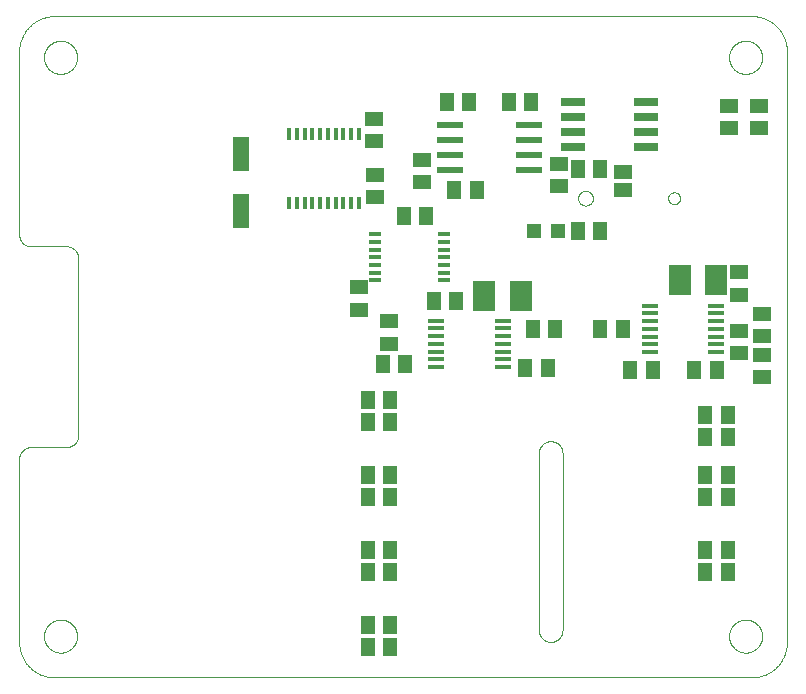
<source format=gtp>
G75*
%MOIN*%
%OFA0B0*%
%FSLAX25Y25*%
%IPPOS*%
%LPD*%
%AMOC8*
5,1,8,0,0,1.08239X$1,22.5*
%
%ADD10C,0.00000*%
%ADD11R,0.08661X0.02362*%
%ADD12R,0.05118X0.06299*%
%ADD13R,0.06299X0.05118*%
%ADD14R,0.04724X0.04724*%
%ADD15R,0.08000X0.02600*%
%ADD16R,0.05118X0.05906*%
%ADD17R,0.01200X0.03900*%
%ADD18R,0.05906X0.05118*%
%ADD19R,0.05512X0.11811*%
%ADD20R,0.07677X0.09843*%
%ADD21R,0.06300X0.04600*%
%ADD22R,0.03900X0.01200*%
%ADD23R,0.05800X0.01400*%
D10*
X0005500Y0014811D02*
X0005500Y0075835D01*
X0005502Y0075959D01*
X0005508Y0076082D01*
X0005517Y0076206D01*
X0005531Y0076328D01*
X0005548Y0076451D01*
X0005570Y0076573D01*
X0005595Y0076694D01*
X0005624Y0076814D01*
X0005656Y0076933D01*
X0005693Y0077052D01*
X0005733Y0077169D01*
X0005776Y0077284D01*
X0005824Y0077399D01*
X0005875Y0077511D01*
X0005929Y0077622D01*
X0005987Y0077732D01*
X0006048Y0077839D01*
X0006113Y0077945D01*
X0006181Y0078048D01*
X0006252Y0078149D01*
X0006326Y0078248D01*
X0006403Y0078345D01*
X0006484Y0078439D01*
X0006567Y0078530D01*
X0006653Y0078619D01*
X0006742Y0078705D01*
X0006833Y0078788D01*
X0006927Y0078869D01*
X0007024Y0078946D01*
X0007123Y0079020D01*
X0007224Y0079091D01*
X0007327Y0079159D01*
X0007433Y0079224D01*
X0007540Y0079285D01*
X0007650Y0079343D01*
X0007761Y0079397D01*
X0007873Y0079448D01*
X0007988Y0079496D01*
X0008103Y0079539D01*
X0008220Y0079579D01*
X0008339Y0079616D01*
X0008458Y0079648D01*
X0008578Y0079677D01*
X0008699Y0079702D01*
X0008821Y0079724D01*
X0008944Y0079741D01*
X0009066Y0079755D01*
X0009190Y0079764D01*
X0009313Y0079770D01*
X0009437Y0079772D01*
X0021248Y0079772D01*
X0021372Y0079774D01*
X0021495Y0079780D01*
X0021619Y0079789D01*
X0021741Y0079803D01*
X0021864Y0079820D01*
X0021986Y0079842D01*
X0022107Y0079867D01*
X0022227Y0079896D01*
X0022346Y0079928D01*
X0022465Y0079965D01*
X0022582Y0080005D01*
X0022697Y0080048D01*
X0022812Y0080096D01*
X0022924Y0080147D01*
X0023035Y0080201D01*
X0023145Y0080259D01*
X0023252Y0080320D01*
X0023358Y0080385D01*
X0023461Y0080453D01*
X0023562Y0080524D01*
X0023661Y0080598D01*
X0023758Y0080675D01*
X0023852Y0080756D01*
X0023943Y0080839D01*
X0024032Y0080925D01*
X0024118Y0081014D01*
X0024201Y0081105D01*
X0024282Y0081199D01*
X0024359Y0081296D01*
X0024433Y0081395D01*
X0024504Y0081496D01*
X0024572Y0081599D01*
X0024637Y0081705D01*
X0024698Y0081812D01*
X0024756Y0081922D01*
X0024810Y0082033D01*
X0024861Y0082145D01*
X0024909Y0082260D01*
X0024952Y0082375D01*
X0024992Y0082492D01*
X0025029Y0082611D01*
X0025061Y0082730D01*
X0025090Y0082850D01*
X0025115Y0082971D01*
X0025137Y0083093D01*
X0025154Y0083216D01*
X0025168Y0083338D01*
X0025177Y0083462D01*
X0025183Y0083585D01*
X0025185Y0083709D01*
X0025185Y0142764D01*
X0025183Y0142888D01*
X0025177Y0143011D01*
X0025168Y0143135D01*
X0025154Y0143257D01*
X0025137Y0143380D01*
X0025115Y0143502D01*
X0025090Y0143623D01*
X0025061Y0143743D01*
X0025029Y0143862D01*
X0024992Y0143981D01*
X0024952Y0144098D01*
X0024909Y0144213D01*
X0024861Y0144328D01*
X0024810Y0144440D01*
X0024756Y0144551D01*
X0024698Y0144661D01*
X0024637Y0144768D01*
X0024572Y0144874D01*
X0024504Y0144977D01*
X0024433Y0145078D01*
X0024359Y0145177D01*
X0024282Y0145274D01*
X0024201Y0145368D01*
X0024118Y0145459D01*
X0024032Y0145548D01*
X0023943Y0145634D01*
X0023852Y0145717D01*
X0023758Y0145798D01*
X0023661Y0145875D01*
X0023562Y0145949D01*
X0023461Y0146020D01*
X0023358Y0146088D01*
X0023252Y0146153D01*
X0023145Y0146214D01*
X0023035Y0146272D01*
X0022924Y0146326D01*
X0022812Y0146377D01*
X0022697Y0146425D01*
X0022582Y0146468D01*
X0022465Y0146508D01*
X0022346Y0146545D01*
X0022227Y0146577D01*
X0022107Y0146606D01*
X0021986Y0146631D01*
X0021864Y0146653D01*
X0021741Y0146670D01*
X0021619Y0146684D01*
X0021495Y0146693D01*
X0021372Y0146699D01*
X0021248Y0146701D01*
X0009437Y0146701D01*
X0009313Y0146703D01*
X0009190Y0146709D01*
X0009066Y0146718D01*
X0008944Y0146732D01*
X0008821Y0146749D01*
X0008699Y0146771D01*
X0008578Y0146796D01*
X0008458Y0146825D01*
X0008339Y0146857D01*
X0008220Y0146894D01*
X0008103Y0146934D01*
X0007988Y0146977D01*
X0007873Y0147025D01*
X0007761Y0147076D01*
X0007650Y0147130D01*
X0007540Y0147188D01*
X0007433Y0147249D01*
X0007327Y0147314D01*
X0007224Y0147382D01*
X0007123Y0147453D01*
X0007024Y0147527D01*
X0006927Y0147604D01*
X0006833Y0147685D01*
X0006742Y0147768D01*
X0006653Y0147854D01*
X0006567Y0147943D01*
X0006484Y0148034D01*
X0006403Y0148128D01*
X0006326Y0148225D01*
X0006252Y0148324D01*
X0006181Y0148425D01*
X0006113Y0148528D01*
X0006048Y0148634D01*
X0005987Y0148741D01*
X0005929Y0148851D01*
X0005875Y0148962D01*
X0005824Y0149074D01*
X0005776Y0149189D01*
X0005733Y0149304D01*
X0005693Y0149421D01*
X0005656Y0149540D01*
X0005624Y0149659D01*
X0005595Y0149779D01*
X0005570Y0149900D01*
X0005548Y0150022D01*
X0005531Y0150145D01*
X0005517Y0150267D01*
X0005508Y0150391D01*
X0005502Y0150514D01*
X0005500Y0150638D01*
X0005500Y0211661D01*
X0005503Y0211946D01*
X0005514Y0212232D01*
X0005531Y0212517D01*
X0005555Y0212801D01*
X0005586Y0213085D01*
X0005624Y0213368D01*
X0005669Y0213649D01*
X0005720Y0213930D01*
X0005778Y0214210D01*
X0005843Y0214488D01*
X0005915Y0214764D01*
X0005993Y0215038D01*
X0006078Y0215311D01*
X0006170Y0215581D01*
X0006268Y0215849D01*
X0006372Y0216115D01*
X0006483Y0216378D01*
X0006600Y0216638D01*
X0006723Y0216896D01*
X0006853Y0217150D01*
X0006989Y0217401D01*
X0007130Y0217649D01*
X0007278Y0217893D01*
X0007431Y0218134D01*
X0007591Y0218370D01*
X0007756Y0218603D01*
X0007926Y0218832D01*
X0008102Y0219057D01*
X0008284Y0219277D01*
X0008470Y0219493D01*
X0008662Y0219704D01*
X0008859Y0219911D01*
X0009061Y0220113D01*
X0009268Y0220310D01*
X0009479Y0220502D01*
X0009695Y0220688D01*
X0009915Y0220870D01*
X0010140Y0221046D01*
X0010369Y0221216D01*
X0010602Y0221381D01*
X0010838Y0221541D01*
X0011079Y0221694D01*
X0011323Y0221842D01*
X0011571Y0221983D01*
X0011822Y0222119D01*
X0012076Y0222249D01*
X0012334Y0222372D01*
X0012594Y0222489D01*
X0012857Y0222600D01*
X0013123Y0222704D01*
X0013391Y0222802D01*
X0013661Y0222894D01*
X0013934Y0222979D01*
X0014208Y0223057D01*
X0014484Y0223129D01*
X0014762Y0223194D01*
X0015042Y0223252D01*
X0015323Y0223303D01*
X0015604Y0223348D01*
X0015887Y0223386D01*
X0016171Y0223417D01*
X0016455Y0223441D01*
X0016740Y0223458D01*
X0017026Y0223469D01*
X0017311Y0223472D01*
X0249594Y0223472D01*
X0249879Y0223469D01*
X0250165Y0223458D01*
X0250450Y0223441D01*
X0250734Y0223417D01*
X0251018Y0223386D01*
X0251301Y0223348D01*
X0251582Y0223303D01*
X0251863Y0223252D01*
X0252143Y0223194D01*
X0252421Y0223129D01*
X0252697Y0223057D01*
X0252971Y0222979D01*
X0253244Y0222894D01*
X0253514Y0222802D01*
X0253782Y0222704D01*
X0254048Y0222600D01*
X0254311Y0222489D01*
X0254571Y0222372D01*
X0254829Y0222249D01*
X0255083Y0222119D01*
X0255334Y0221983D01*
X0255582Y0221842D01*
X0255826Y0221694D01*
X0256067Y0221541D01*
X0256303Y0221381D01*
X0256536Y0221216D01*
X0256765Y0221046D01*
X0256990Y0220870D01*
X0257210Y0220688D01*
X0257426Y0220502D01*
X0257637Y0220310D01*
X0257844Y0220113D01*
X0258046Y0219911D01*
X0258243Y0219704D01*
X0258435Y0219493D01*
X0258621Y0219277D01*
X0258803Y0219057D01*
X0258979Y0218832D01*
X0259149Y0218603D01*
X0259314Y0218370D01*
X0259474Y0218134D01*
X0259627Y0217893D01*
X0259775Y0217649D01*
X0259916Y0217401D01*
X0260052Y0217150D01*
X0260182Y0216896D01*
X0260305Y0216638D01*
X0260422Y0216378D01*
X0260533Y0216115D01*
X0260637Y0215849D01*
X0260735Y0215581D01*
X0260827Y0215311D01*
X0260912Y0215038D01*
X0260990Y0214764D01*
X0261062Y0214488D01*
X0261127Y0214210D01*
X0261185Y0213930D01*
X0261236Y0213649D01*
X0261281Y0213368D01*
X0261319Y0213085D01*
X0261350Y0212801D01*
X0261374Y0212517D01*
X0261391Y0212232D01*
X0261402Y0211946D01*
X0261405Y0211661D01*
X0261406Y0211661D02*
X0261406Y0014811D01*
X0261405Y0014811D02*
X0261402Y0014526D01*
X0261391Y0014240D01*
X0261374Y0013955D01*
X0261350Y0013671D01*
X0261319Y0013387D01*
X0261281Y0013104D01*
X0261236Y0012823D01*
X0261185Y0012542D01*
X0261127Y0012262D01*
X0261062Y0011984D01*
X0260990Y0011708D01*
X0260912Y0011434D01*
X0260827Y0011161D01*
X0260735Y0010891D01*
X0260637Y0010623D01*
X0260533Y0010357D01*
X0260422Y0010094D01*
X0260305Y0009834D01*
X0260182Y0009576D01*
X0260052Y0009322D01*
X0259916Y0009071D01*
X0259775Y0008823D01*
X0259627Y0008579D01*
X0259474Y0008338D01*
X0259314Y0008102D01*
X0259149Y0007869D01*
X0258979Y0007640D01*
X0258803Y0007415D01*
X0258621Y0007195D01*
X0258435Y0006979D01*
X0258243Y0006768D01*
X0258046Y0006561D01*
X0257844Y0006359D01*
X0257637Y0006162D01*
X0257426Y0005970D01*
X0257210Y0005784D01*
X0256990Y0005602D01*
X0256765Y0005426D01*
X0256536Y0005256D01*
X0256303Y0005091D01*
X0256067Y0004931D01*
X0255826Y0004778D01*
X0255582Y0004630D01*
X0255334Y0004489D01*
X0255083Y0004353D01*
X0254829Y0004223D01*
X0254571Y0004100D01*
X0254311Y0003983D01*
X0254048Y0003872D01*
X0253782Y0003768D01*
X0253514Y0003670D01*
X0253244Y0003578D01*
X0252971Y0003493D01*
X0252697Y0003415D01*
X0252421Y0003343D01*
X0252143Y0003278D01*
X0251863Y0003220D01*
X0251582Y0003169D01*
X0251301Y0003124D01*
X0251018Y0003086D01*
X0250734Y0003055D01*
X0250450Y0003031D01*
X0250165Y0003014D01*
X0249879Y0003003D01*
X0249594Y0003000D01*
X0017311Y0003000D01*
X0017026Y0003003D01*
X0016740Y0003014D01*
X0016455Y0003031D01*
X0016171Y0003055D01*
X0015887Y0003086D01*
X0015604Y0003124D01*
X0015323Y0003169D01*
X0015042Y0003220D01*
X0014762Y0003278D01*
X0014484Y0003343D01*
X0014208Y0003415D01*
X0013934Y0003493D01*
X0013661Y0003578D01*
X0013391Y0003670D01*
X0013123Y0003768D01*
X0012857Y0003872D01*
X0012594Y0003983D01*
X0012334Y0004100D01*
X0012076Y0004223D01*
X0011822Y0004353D01*
X0011571Y0004489D01*
X0011323Y0004630D01*
X0011079Y0004778D01*
X0010838Y0004931D01*
X0010602Y0005091D01*
X0010369Y0005256D01*
X0010140Y0005426D01*
X0009915Y0005602D01*
X0009695Y0005784D01*
X0009479Y0005970D01*
X0009268Y0006162D01*
X0009061Y0006359D01*
X0008859Y0006561D01*
X0008662Y0006768D01*
X0008470Y0006979D01*
X0008284Y0007195D01*
X0008102Y0007415D01*
X0007926Y0007640D01*
X0007756Y0007869D01*
X0007591Y0008102D01*
X0007431Y0008338D01*
X0007278Y0008579D01*
X0007130Y0008823D01*
X0006989Y0009071D01*
X0006853Y0009322D01*
X0006723Y0009576D01*
X0006600Y0009834D01*
X0006483Y0010094D01*
X0006372Y0010357D01*
X0006268Y0010623D01*
X0006170Y0010891D01*
X0006078Y0011161D01*
X0005993Y0011434D01*
X0005915Y0011708D01*
X0005843Y0011984D01*
X0005778Y0012262D01*
X0005720Y0012542D01*
X0005669Y0012823D01*
X0005624Y0013104D01*
X0005586Y0013387D01*
X0005555Y0013671D01*
X0005531Y0013955D01*
X0005514Y0014240D01*
X0005503Y0014526D01*
X0005500Y0014811D01*
X0013768Y0016780D02*
X0013770Y0016928D01*
X0013776Y0017076D01*
X0013786Y0017224D01*
X0013800Y0017371D01*
X0013818Y0017518D01*
X0013839Y0017664D01*
X0013865Y0017810D01*
X0013895Y0017955D01*
X0013928Y0018099D01*
X0013966Y0018242D01*
X0014007Y0018384D01*
X0014052Y0018525D01*
X0014100Y0018665D01*
X0014153Y0018804D01*
X0014209Y0018941D01*
X0014269Y0019076D01*
X0014332Y0019210D01*
X0014399Y0019342D01*
X0014470Y0019472D01*
X0014544Y0019600D01*
X0014621Y0019726D01*
X0014702Y0019850D01*
X0014786Y0019972D01*
X0014873Y0020091D01*
X0014964Y0020208D01*
X0015058Y0020323D01*
X0015154Y0020435D01*
X0015254Y0020545D01*
X0015356Y0020651D01*
X0015462Y0020755D01*
X0015570Y0020856D01*
X0015681Y0020954D01*
X0015794Y0021050D01*
X0015910Y0021142D01*
X0016028Y0021231D01*
X0016149Y0021316D01*
X0016272Y0021399D01*
X0016397Y0021478D01*
X0016524Y0021554D01*
X0016653Y0021626D01*
X0016784Y0021695D01*
X0016917Y0021760D01*
X0017052Y0021821D01*
X0017188Y0021879D01*
X0017325Y0021934D01*
X0017464Y0021984D01*
X0017605Y0022031D01*
X0017746Y0022074D01*
X0017889Y0022114D01*
X0018033Y0022149D01*
X0018177Y0022181D01*
X0018323Y0022208D01*
X0018469Y0022232D01*
X0018616Y0022252D01*
X0018763Y0022268D01*
X0018910Y0022280D01*
X0019058Y0022288D01*
X0019206Y0022292D01*
X0019354Y0022292D01*
X0019502Y0022288D01*
X0019650Y0022280D01*
X0019797Y0022268D01*
X0019944Y0022252D01*
X0020091Y0022232D01*
X0020237Y0022208D01*
X0020383Y0022181D01*
X0020527Y0022149D01*
X0020671Y0022114D01*
X0020814Y0022074D01*
X0020955Y0022031D01*
X0021096Y0021984D01*
X0021235Y0021934D01*
X0021372Y0021879D01*
X0021508Y0021821D01*
X0021643Y0021760D01*
X0021776Y0021695D01*
X0021907Y0021626D01*
X0022036Y0021554D01*
X0022163Y0021478D01*
X0022288Y0021399D01*
X0022411Y0021316D01*
X0022532Y0021231D01*
X0022650Y0021142D01*
X0022766Y0021050D01*
X0022879Y0020954D01*
X0022990Y0020856D01*
X0023098Y0020755D01*
X0023204Y0020651D01*
X0023306Y0020545D01*
X0023406Y0020435D01*
X0023502Y0020323D01*
X0023596Y0020208D01*
X0023687Y0020091D01*
X0023774Y0019972D01*
X0023858Y0019850D01*
X0023939Y0019726D01*
X0024016Y0019600D01*
X0024090Y0019472D01*
X0024161Y0019342D01*
X0024228Y0019210D01*
X0024291Y0019076D01*
X0024351Y0018941D01*
X0024407Y0018804D01*
X0024460Y0018665D01*
X0024508Y0018525D01*
X0024553Y0018384D01*
X0024594Y0018242D01*
X0024632Y0018099D01*
X0024665Y0017955D01*
X0024695Y0017810D01*
X0024721Y0017664D01*
X0024742Y0017518D01*
X0024760Y0017371D01*
X0024774Y0017224D01*
X0024784Y0017076D01*
X0024790Y0016928D01*
X0024792Y0016780D01*
X0024790Y0016632D01*
X0024784Y0016484D01*
X0024774Y0016336D01*
X0024760Y0016189D01*
X0024742Y0016042D01*
X0024721Y0015896D01*
X0024695Y0015750D01*
X0024665Y0015605D01*
X0024632Y0015461D01*
X0024594Y0015318D01*
X0024553Y0015176D01*
X0024508Y0015035D01*
X0024460Y0014895D01*
X0024407Y0014756D01*
X0024351Y0014619D01*
X0024291Y0014484D01*
X0024228Y0014350D01*
X0024161Y0014218D01*
X0024090Y0014088D01*
X0024016Y0013960D01*
X0023939Y0013834D01*
X0023858Y0013710D01*
X0023774Y0013588D01*
X0023687Y0013469D01*
X0023596Y0013352D01*
X0023502Y0013237D01*
X0023406Y0013125D01*
X0023306Y0013015D01*
X0023204Y0012909D01*
X0023098Y0012805D01*
X0022990Y0012704D01*
X0022879Y0012606D01*
X0022766Y0012510D01*
X0022650Y0012418D01*
X0022532Y0012329D01*
X0022411Y0012244D01*
X0022288Y0012161D01*
X0022163Y0012082D01*
X0022036Y0012006D01*
X0021907Y0011934D01*
X0021776Y0011865D01*
X0021643Y0011800D01*
X0021508Y0011739D01*
X0021372Y0011681D01*
X0021235Y0011626D01*
X0021096Y0011576D01*
X0020955Y0011529D01*
X0020814Y0011486D01*
X0020671Y0011446D01*
X0020527Y0011411D01*
X0020383Y0011379D01*
X0020237Y0011352D01*
X0020091Y0011328D01*
X0019944Y0011308D01*
X0019797Y0011292D01*
X0019650Y0011280D01*
X0019502Y0011272D01*
X0019354Y0011268D01*
X0019206Y0011268D01*
X0019058Y0011272D01*
X0018910Y0011280D01*
X0018763Y0011292D01*
X0018616Y0011308D01*
X0018469Y0011328D01*
X0018323Y0011352D01*
X0018177Y0011379D01*
X0018033Y0011411D01*
X0017889Y0011446D01*
X0017746Y0011486D01*
X0017605Y0011529D01*
X0017464Y0011576D01*
X0017325Y0011626D01*
X0017188Y0011681D01*
X0017052Y0011739D01*
X0016917Y0011800D01*
X0016784Y0011865D01*
X0016653Y0011934D01*
X0016524Y0012006D01*
X0016397Y0012082D01*
X0016272Y0012161D01*
X0016149Y0012244D01*
X0016028Y0012329D01*
X0015910Y0012418D01*
X0015794Y0012510D01*
X0015681Y0012606D01*
X0015570Y0012704D01*
X0015462Y0012805D01*
X0015356Y0012909D01*
X0015254Y0013015D01*
X0015154Y0013125D01*
X0015058Y0013237D01*
X0014964Y0013352D01*
X0014873Y0013469D01*
X0014786Y0013588D01*
X0014702Y0013710D01*
X0014621Y0013834D01*
X0014544Y0013960D01*
X0014470Y0014088D01*
X0014399Y0014218D01*
X0014332Y0014350D01*
X0014269Y0014484D01*
X0014209Y0014619D01*
X0014153Y0014756D01*
X0014100Y0014895D01*
X0014052Y0015035D01*
X0014007Y0015176D01*
X0013966Y0015318D01*
X0013928Y0015461D01*
X0013895Y0015605D01*
X0013865Y0015750D01*
X0013839Y0015896D01*
X0013818Y0016042D01*
X0013800Y0016189D01*
X0013786Y0016336D01*
X0013776Y0016484D01*
X0013770Y0016632D01*
X0013768Y0016780D01*
X0178728Y0018787D02*
X0178728Y0077803D01*
X0178730Y0077927D01*
X0178736Y0078050D01*
X0178745Y0078174D01*
X0178759Y0078296D01*
X0178776Y0078419D01*
X0178798Y0078541D01*
X0178823Y0078662D01*
X0178852Y0078782D01*
X0178884Y0078901D01*
X0178921Y0079020D01*
X0178961Y0079137D01*
X0179004Y0079252D01*
X0179052Y0079367D01*
X0179103Y0079479D01*
X0179157Y0079590D01*
X0179215Y0079700D01*
X0179276Y0079807D01*
X0179341Y0079913D01*
X0179409Y0080016D01*
X0179480Y0080117D01*
X0179554Y0080216D01*
X0179631Y0080313D01*
X0179712Y0080407D01*
X0179795Y0080498D01*
X0179881Y0080587D01*
X0179970Y0080673D01*
X0180061Y0080756D01*
X0180155Y0080837D01*
X0180252Y0080914D01*
X0180351Y0080988D01*
X0180452Y0081059D01*
X0180555Y0081127D01*
X0180661Y0081192D01*
X0180768Y0081253D01*
X0180878Y0081311D01*
X0180989Y0081365D01*
X0181101Y0081416D01*
X0181216Y0081464D01*
X0181331Y0081507D01*
X0181448Y0081547D01*
X0181567Y0081584D01*
X0181686Y0081616D01*
X0181806Y0081645D01*
X0181927Y0081670D01*
X0182049Y0081692D01*
X0182172Y0081709D01*
X0182294Y0081723D01*
X0182418Y0081732D01*
X0182541Y0081738D01*
X0182665Y0081740D01*
X0182789Y0081738D01*
X0182912Y0081732D01*
X0183036Y0081723D01*
X0183158Y0081709D01*
X0183281Y0081692D01*
X0183403Y0081670D01*
X0183524Y0081645D01*
X0183644Y0081616D01*
X0183763Y0081584D01*
X0183882Y0081547D01*
X0183999Y0081507D01*
X0184114Y0081464D01*
X0184229Y0081416D01*
X0184341Y0081365D01*
X0184452Y0081311D01*
X0184562Y0081253D01*
X0184669Y0081192D01*
X0184775Y0081127D01*
X0184878Y0081059D01*
X0184979Y0080988D01*
X0185078Y0080914D01*
X0185175Y0080837D01*
X0185269Y0080756D01*
X0185360Y0080673D01*
X0185449Y0080587D01*
X0185535Y0080498D01*
X0185618Y0080407D01*
X0185699Y0080313D01*
X0185776Y0080216D01*
X0185850Y0080117D01*
X0185921Y0080016D01*
X0185989Y0079913D01*
X0186054Y0079807D01*
X0186115Y0079700D01*
X0186173Y0079590D01*
X0186227Y0079479D01*
X0186278Y0079367D01*
X0186326Y0079252D01*
X0186369Y0079137D01*
X0186409Y0079020D01*
X0186446Y0078901D01*
X0186478Y0078782D01*
X0186507Y0078662D01*
X0186532Y0078541D01*
X0186554Y0078419D01*
X0186571Y0078296D01*
X0186585Y0078174D01*
X0186594Y0078050D01*
X0186600Y0077927D01*
X0186602Y0077803D01*
X0186602Y0018787D01*
X0186600Y0018663D01*
X0186594Y0018540D01*
X0186585Y0018416D01*
X0186571Y0018294D01*
X0186554Y0018171D01*
X0186532Y0018049D01*
X0186507Y0017928D01*
X0186478Y0017808D01*
X0186446Y0017689D01*
X0186409Y0017570D01*
X0186369Y0017453D01*
X0186326Y0017338D01*
X0186278Y0017223D01*
X0186227Y0017111D01*
X0186173Y0017000D01*
X0186115Y0016890D01*
X0186054Y0016783D01*
X0185989Y0016677D01*
X0185921Y0016574D01*
X0185850Y0016473D01*
X0185776Y0016374D01*
X0185699Y0016277D01*
X0185618Y0016183D01*
X0185535Y0016092D01*
X0185449Y0016003D01*
X0185360Y0015917D01*
X0185269Y0015834D01*
X0185175Y0015753D01*
X0185078Y0015676D01*
X0184979Y0015602D01*
X0184878Y0015531D01*
X0184775Y0015463D01*
X0184669Y0015398D01*
X0184562Y0015337D01*
X0184452Y0015279D01*
X0184341Y0015225D01*
X0184229Y0015174D01*
X0184114Y0015126D01*
X0183999Y0015083D01*
X0183882Y0015043D01*
X0183763Y0015006D01*
X0183644Y0014974D01*
X0183524Y0014945D01*
X0183403Y0014920D01*
X0183281Y0014898D01*
X0183158Y0014881D01*
X0183036Y0014867D01*
X0182912Y0014858D01*
X0182789Y0014852D01*
X0182665Y0014850D01*
X0182541Y0014852D01*
X0182418Y0014858D01*
X0182294Y0014867D01*
X0182172Y0014881D01*
X0182049Y0014898D01*
X0181927Y0014920D01*
X0181806Y0014945D01*
X0181686Y0014974D01*
X0181567Y0015006D01*
X0181448Y0015043D01*
X0181331Y0015083D01*
X0181216Y0015126D01*
X0181101Y0015174D01*
X0180989Y0015225D01*
X0180878Y0015279D01*
X0180768Y0015337D01*
X0180661Y0015398D01*
X0180555Y0015463D01*
X0180452Y0015531D01*
X0180351Y0015602D01*
X0180252Y0015676D01*
X0180155Y0015753D01*
X0180061Y0015834D01*
X0179970Y0015917D01*
X0179881Y0016003D01*
X0179795Y0016092D01*
X0179712Y0016183D01*
X0179631Y0016277D01*
X0179554Y0016374D01*
X0179480Y0016473D01*
X0179409Y0016574D01*
X0179341Y0016677D01*
X0179276Y0016783D01*
X0179215Y0016890D01*
X0179157Y0017000D01*
X0179103Y0017111D01*
X0179052Y0017223D01*
X0179004Y0017338D01*
X0178961Y0017453D01*
X0178921Y0017570D01*
X0178884Y0017689D01*
X0178852Y0017808D01*
X0178823Y0017928D01*
X0178798Y0018049D01*
X0178776Y0018171D01*
X0178759Y0018294D01*
X0178745Y0018416D01*
X0178736Y0018540D01*
X0178730Y0018663D01*
X0178728Y0018787D01*
X0242114Y0016780D02*
X0242116Y0016928D01*
X0242122Y0017076D01*
X0242132Y0017224D01*
X0242146Y0017371D01*
X0242164Y0017518D01*
X0242185Y0017664D01*
X0242211Y0017810D01*
X0242241Y0017955D01*
X0242274Y0018099D01*
X0242312Y0018242D01*
X0242353Y0018384D01*
X0242398Y0018525D01*
X0242446Y0018665D01*
X0242499Y0018804D01*
X0242555Y0018941D01*
X0242615Y0019076D01*
X0242678Y0019210D01*
X0242745Y0019342D01*
X0242816Y0019472D01*
X0242890Y0019600D01*
X0242967Y0019726D01*
X0243048Y0019850D01*
X0243132Y0019972D01*
X0243219Y0020091D01*
X0243310Y0020208D01*
X0243404Y0020323D01*
X0243500Y0020435D01*
X0243600Y0020545D01*
X0243702Y0020651D01*
X0243808Y0020755D01*
X0243916Y0020856D01*
X0244027Y0020954D01*
X0244140Y0021050D01*
X0244256Y0021142D01*
X0244374Y0021231D01*
X0244495Y0021316D01*
X0244618Y0021399D01*
X0244743Y0021478D01*
X0244870Y0021554D01*
X0244999Y0021626D01*
X0245130Y0021695D01*
X0245263Y0021760D01*
X0245398Y0021821D01*
X0245534Y0021879D01*
X0245671Y0021934D01*
X0245810Y0021984D01*
X0245951Y0022031D01*
X0246092Y0022074D01*
X0246235Y0022114D01*
X0246379Y0022149D01*
X0246523Y0022181D01*
X0246669Y0022208D01*
X0246815Y0022232D01*
X0246962Y0022252D01*
X0247109Y0022268D01*
X0247256Y0022280D01*
X0247404Y0022288D01*
X0247552Y0022292D01*
X0247700Y0022292D01*
X0247848Y0022288D01*
X0247996Y0022280D01*
X0248143Y0022268D01*
X0248290Y0022252D01*
X0248437Y0022232D01*
X0248583Y0022208D01*
X0248729Y0022181D01*
X0248873Y0022149D01*
X0249017Y0022114D01*
X0249160Y0022074D01*
X0249301Y0022031D01*
X0249442Y0021984D01*
X0249581Y0021934D01*
X0249718Y0021879D01*
X0249854Y0021821D01*
X0249989Y0021760D01*
X0250122Y0021695D01*
X0250253Y0021626D01*
X0250382Y0021554D01*
X0250509Y0021478D01*
X0250634Y0021399D01*
X0250757Y0021316D01*
X0250878Y0021231D01*
X0250996Y0021142D01*
X0251112Y0021050D01*
X0251225Y0020954D01*
X0251336Y0020856D01*
X0251444Y0020755D01*
X0251550Y0020651D01*
X0251652Y0020545D01*
X0251752Y0020435D01*
X0251848Y0020323D01*
X0251942Y0020208D01*
X0252033Y0020091D01*
X0252120Y0019972D01*
X0252204Y0019850D01*
X0252285Y0019726D01*
X0252362Y0019600D01*
X0252436Y0019472D01*
X0252507Y0019342D01*
X0252574Y0019210D01*
X0252637Y0019076D01*
X0252697Y0018941D01*
X0252753Y0018804D01*
X0252806Y0018665D01*
X0252854Y0018525D01*
X0252899Y0018384D01*
X0252940Y0018242D01*
X0252978Y0018099D01*
X0253011Y0017955D01*
X0253041Y0017810D01*
X0253067Y0017664D01*
X0253088Y0017518D01*
X0253106Y0017371D01*
X0253120Y0017224D01*
X0253130Y0017076D01*
X0253136Y0016928D01*
X0253138Y0016780D01*
X0253136Y0016632D01*
X0253130Y0016484D01*
X0253120Y0016336D01*
X0253106Y0016189D01*
X0253088Y0016042D01*
X0253067Y0015896D01*
X0253041Y0015750D01*
X0253011Y0015605D01*
X0252978Y0015461D01*
X0252940Y0015318D01*
X0252899Y0015176D01*
X0252854Y0015035D01*
X0252806Y0014895D01*
X0252753Y0014756D01*
X0252697Y0014619D01*
X0252637Y0014484D01*
X0252574Y0014350D01*
X0252507Y0014218D01*
X0252436Y0014088D01*
X0252362Y0013960D01*
X0252285Y0013834D01*
X0252204Y0013710D01*
X0252120Y0013588D01*
X0252033Y0013469D01*
X0251942Y0013352D01*
X0251848Y0013237D01*
X0251752Y0013125D01*
X0251652Y0013015D01*
X0251550Y0012909D01*
X0251444Y0012805D01*
X0251336Y0012704D01*
X0251225Y0012606D01*
X0251112Y0012510D01*
X0250996Y0012418D01*
X0250878Y0012329D01*
X0250757Y0012244D01*
X0250634Y0012161D01*
X0250509Y0012082D01*
X0250382Y0012006D01*
X0250253Y0011934D01*
X0250122Y0011865D01*
X0249989Y0011800D01*
X0249854Y0011739D01*
X0249718Y0011681D01*
X0249581Y0011626D01*
X0249442Y0011576D01*
X0249301Y0011529D01*
X0249160Y0011486D01*
X0249017Y0011446D01*
X0248873Y0011411D01*
X0248729Y0011379D01*
X0248583Y0011352D01*
X0248437Y0011328D01*
X0248290Y0011308D01*
X0248143Y0011292D01*
X0247996Y0011280D01*
X0247848Y0011272D01*
X0247700Y0011268D01*
X0247552Y0011268D01*
X0247404Y0011272D01*
X0247256Y0011280D01*
X0247109Y0011292D01*
X0246962Y0011308D01*
X0246815Y0011328D01*
X0246669Y0011352D01*
X0246523Y0011379D01*
X0246379Y0011411D01*
X0246235Y0011446D01*
X0246092Y0011486D01*
X0245951Y0011529D01*
X0245810Y0011576D01*
X0245671Y0011626D01*
X0245534Y0011681D01*
X0245398Y0011739D01*
X0245263Y0011800D01*
X0245130Y0011865D01*
X0244999Y0011934D01*
X0244870Y0012006D01*
X0244743Y0012082D01*
X0244618Y0012161D01*
X0244495Y0012244D01*
X0244374Y0012329D01*
X0244256Y0012418D01*
X0244140Y0012510D01*
X0244027Y0012606D01*
X0243916Y0012704D01*
X0243808Y0012805D01*
X0243702Y0012909D01*
X0243600Y0013015D01*
X0243500Y0013125D01*
X0243404Y0013237D01*
X0243310Y0013352D01*
X0243219Y0013469D01*
X0243132Y0013588D01*
X0243048Y0013710D01*
X0242967Y0013834D01*
X0242890Y0013960D01*
X0242816Y0014088D01*
X0242745Y0014218D01*
X0242678Y0014350D01*
X0242615Y0014484D01*
X0242555Y0014619D01*
X0242499Y0014756D01*
X0242446Y0014895D01*
X0242398Y0015035D01*
X0242353Y0015176D01*
X0242312Y0015318D01*
X0242274Y0015461D01*
X0242241Y0015605D01*
X0242211Y0015750D01*
X0242185Y0015896D01*
X0242164Y0016042D01*
X0242146Y0016189D01*
X0242132Y0016336D01*
X0242122Y0016484D01*
X0242116Y0016632D01*
X0242114Y0016780D01*
X0221828Y0162754D02*
X0221830Y0162842D01*
X0221836Y0162930D01*
X0221846Y0163018D01*
X0221860Y0163106D01*
X0221877Y0163192D01*
X0221899Y0163278D01*
X0221924Y0163362D01*
X0221954Y0163446D01*
X0221986Y0163528D01*
X0222023Y0163608D01*
X0222063Y0163687D01*
X0222107Y0163764D01*
X0222154Y0163839D01*
X0222204Y0163911D01*
X0222258Y0163982D01*
X0222314Y0164049D01*
X0222374Y0164115D01*
X0222436Y0164177D01*
X0222502Y0164237D01*
X0222569Y0164293D01*
X0222640Y0164347D01*
X0222712Y0164397D01*
X0222787Y0164444D01*
X0222864Y0164488D01*
X0222943Y0164528D01*
X0223023Y0164565D01*
X0223105Y0164597D01*
X0223189Y0164627D01*
X0223273Y0164652D01*
X0223359Y0164674D01*
X0223445Y0164691D01*
X0223533Y0164705D01*
X0223621Y0164715D01*
X0223709Y0164721D01*
X0223797Y0164723D01*
X0223885Y0164721D01*
X0223973Y0164715D01*
X0224061Y0164705D01*
X0224149Y0164691D01*
X0224235Y0164674D01*
X0224321Y0164652D01*
X0224405Y0164627D01*
X0224489Y0164597D01*
X0224571Y0164565D01*
X0224651Y0164528D01*
X0224730Y0164488D01*
X0224807Y0164444D01*
X0224882Y0164397D01*
X0224954Y0164347D01*
X0225025Y0164293D01*
X0225092Y0164237D01*
X0225158Y0164177D01*
X0225220Y0164115D01*
X0225280Y0164049D01*
X0225336Y0163982D01*
X0225390Y0163911D01*
X0225440Y0163839D01*
X0225487Y0163764D01*
X0225531Y0163687D01*
X0225571Y0163608D01*
X0225608Y0163528D01*
X0225640Y0163446D01*
X0225670Y0163362D01*
X0225695Y0163278D01*
X0225717Y0163192D01*
X0225734Y0163106D01*
X0225748Y0163018D01*
X0225758Y0162930D01*
X0225764Y0162842D01*
X0225766Y0162754D01*
X0225764Y0162666D01*
X0225758Y0162578D01*
X0225748Y0162490D01*
X0225734Y0162402D01*
X0225717Y0162316D01*
X0225695Y0162230D01*
X0225670Y0162146D01*
X0225640Y0162062D01*
X0225608Y0161980D01*
X0225571Y0161900D01*
X0225531Y0161821D01*
X0225487Y0161744D01*
X0225440Y0161669D01*
X0225390Y0161597D01*
X0225336Y0161526D01*
X0225280Y0161459D01*
X0225220Y0161393D01*
X0225158Y0161331D01*
X0225092Y0161271D01*
X0225025Y0161215D01*
X0224954Y0161161D01*
X0224882Y0161111D01*
X0224807Y0161064D01*
X0224730Y0161020D01*
X0224651Y0160980D01*
X0224571Y0160943D01*
X0224489Y0160911D01*
X0224405Y0160881D01*
X0224321Y0160856D01*
X0224235Y0160834D01*
X0224149Y0160817D01*
X0224061Y0160803D01*
X0223973Y0160793D01*
X0223885Y0160787D01*
X0223797Y0160785D01*
X0223709Y0160787D01*
X0223621Y0160793D01*
X0223533Y0160803D01*
X0223445Y0160817D01*
X0223359Y0160834D01*
X0223273Y0160856D01*
X0223189Y0160881D01*
X0223105Y0160911D01*
X0223023Y0160943D01*
X0222943Y0160980D01*
X0222864Y0161020D01*
X0222787Y0161064D01*
X0222712Y0161111D01*
X0222640Y0161161D01*
X0222569Y0161215D01*
X0222502Y0161271D01*
X0222436Y0161331D01*
X0222374Y0161393D01*
X0222314Y0161459D01*
X0222258Y0161526D01*
X0222204Y0161597D01*
X0222154Y0161669D01*
X0222107Y0161744D01*
X0222063Y0161821D01*
X0222023Y0161900D01*
X0221986Y0161980D01*
X0221954Y0162062D01*
X0221924Y0162146D01*
X0221899Y0162230D01*
X0221877Y0162316D01*
X0221860Y0162402D01*
X0221846Y0162490D01*
X0221836Y0162578D01*
X0221830Y0162666D01*
X0221828Y0162754D01*
X0191809Y0162754D02*
X0191811Y0162853D01*
X0191817Y0162952D01*
X0191827Y0163051D01*
X0191841Y0163149D01*
X0191859Y0163246D01*
X0191881Y0163343D01*
X0191906Y0163439D01*
X0191936Y0163533D01*
X0191969Y0163627D01*
X0192006Y0163719D01*
X0192047Y0163809D01*
X0192091Y0163898D01*
X0192139Y0163984D01*
X0192190Y0164069D01*
X0192245Y0164152D01*
X0192303Y0164232D01*
X0192364Y0164310D01*
X0192428Y0164386D01*
X0192495Y0164459D01*
X0192565Y0164529D01*
X0192638Y0164596D01*
X0192714Y0164660D01*
X0192792Y0164721D01*
X0192872Y0164779D01*
X0192955Y0164834D01*
X0193039Y0164885D01*
X0193126Y0164933D01*
X0193215Y0164977D01*
X0193305Y0165018D01*
X0193397Y0165055D01*
X0193491Y0165088D01*
X0193585Y0165118D01*
X0193681Y0165143D01*
X0193778Y0165165D01*
X0193875Y0165183D01*
X0193973Y0165197D01*
X0194072Y0165207D01*
X0194171Y0165213D01*
X0194270Y0165215D01*
X0194369Y0165213D01*
X0194468Y0165207D01*
X0194567Y0165197D01*
X0194665Y0165183D01*
X0194762Y0165165D01*
X0194859Y0165143D01*
X0194955Y0165118D01*
X0195049Y0165088D01*
X0195143Y0165055D01*
X0195235Y0165018D01*
X0195325Y0164977D01*
X0195414Y0164933D01*
X0195500Y0164885D01*
X0195585Y0164834D01*
X0195668Y0164779D01*
X0195748Y0164721D01*
X0195826Y0164660D01*
X0195902Y0164596D01*
X0195975Y0164529D01*
X0196045Y0164459D01*
X0196112Y0164386D01*
X0196176Y0164310D01*
X0196237Y0164232D01*
X0196295Y0164152D01*
X0196350Y0164069D01*
X0196401Y0163985D01*
X0196449Y0163898D01*
X0196493Y0163809D01*
X0196534Y0163719D01*
X0196571Y0163627D01*
X0196604Y0163533D01*
X0196634Y0163439D01*
X0196659Y0163343D01*
X0196681Y0163246D01*
X0196699Y0163149D01*
X0196713Y0163051D01*
X0196723Y0162952D01*
X0196729Y0162853D01*
X0196731Y0162754D01*
X0196729Y0162655D01*
X0196723Y0162556D01*
X0196713Y0162457D01*
X0196699Y0162359D01*
X0196681Y0162262D01*
X0196659Y0162165D01*
X0196634Y0162069D01*
X0196604Y0161975D01*
X0196571Y0161881D01*
X0196534Y0161789D01*
X0196493Y0161699D01*
X0196449Y0161610D01*
X0196401Y0161524D01*
X0196350Y0161439D01*
X0196295Y0161356D01*
X0196237Y0161276D01*
X0196176Y0161198D01*
X0196112Y0161122D01*
X0196045Y0161049D01*
X0195975Y0160979D01*
X0195902Y0160912D01*
X0195826Y0160848D01*
X0195748Y0160787D01*
X0195668Y0160729D01*
X0195585Y0160674D01*
X0195501Y0160623D01*
X0195414Y0160575D01*
X0195325Y0160531D01*
X0195235Y0160490D01*
X0195143Y0160453D01*
X0195049Y0160420D01*
X0194955Y0160390D01*
X0194859Y0160365D01*
X0194762Y0160343D01*
X0194665Y0160325D01*
X0194567Y0160311D01*
X0194468Y0160301D01*
X0194369Y0160295D01*
X0194270Y0160293D01*
X0194171Y0160295D01*
X0194072Y0160301D01*
X0193973Y0160311D01*
X0193875Y0160325D01*
X0193778Y0160343D01*
X0193681Y0160365D01*
X0193585Y0160390D01*
X0193491Y0160420D01*
X0193397Y0160453D01*
X0193305Y0160490D01*
X0193215Y0160531D01*
X0193126Y0160575D01*
X0193040Y0160623D01*
X0192955Y0160674D01*
X0192872Y0160729D01*
X0192792Y0160787D01*
X0192714Y0160848D01*
X0192638Y0160912D01*
X0192565Y0160979D01*
X0192495Y0161049D01*
X0192428Y0161122D01*
X0192364Y0161198D01*
X0192303Y0161276D01*
X0192245Y0161356D01*
X0192190Y0161439D01*
X0192139Y0161523D01*
X0192091Y0161610D01*
X0192047Y0161699D01*
X0192006Y0161789D01*
X0191969Y0161881D01*
X0191936Y0161975D01*
X0191906Y0162069D01*
X0191881Y0162165D01*
X0191859Y0162262D01*
X0191841Y0162359D01*
X0191827Y0162457D01*
X0191817Y0162556D01*
X0191811Y0162655D01*
X0191809Y0162754D01*
X0242114Y0209693D02*
X0242116Y0209841D01*
X0242122Y0209989D01*
X0242132Y0210137D01*
X0242146Y0210284D01*
X0242164Y0210431D01*
X0242185Y0210577D01*
X0242211Y0210723D01*
X0242241Y0210868D01*
X0242274Y0211012D01*
X0242312Y0211155D01*
X0242353Y0211297D01*
X0242398Y0211438D01*
X0242446Y0211578D01*
X0242499Y0211717D01*
X0242555Y0211854D01*
X0242615Y0211989D01*
X0242678Y0212123D01*
X0242745Y0212255D01*
X0242816Y0212385D01*
X0242890Y0212513D01*
X0242967Y0212639D01*
X0243048Y0212763D01*
X0243132Y0212885D01*
X0243219Y0213004D01*
X0243310Y0213121D01*
X0243404Y0213236D01*
X0243500Y0213348D01*
X0243600Y0213458D01*
X0243702Y0213564D01*
X0243808Y0213668D01*
X0243916Y0213769D01*
X0244027Y0213867D01*
X0244140Y0213963D01*
X0244256Y0214055D01*
X0244374Y0214144D01*
X0244495Y0214229D01*
X0244618Y0214312D01*
X0244743Y0214391D01*
X0244870Y0214467D01*
X0244999Y0214539D01*
X0245130Y0214608D01*
X0245263Y0214673D01*
X0245398Y0214734D01*
X0245534Y0214792D01*
X0245671Y0214847D01*
X0245810Y0214897D01*
X0245951Y0214944D01*
X0246092Y0214987D01*
X0246235Y0215027D01*
X0246379Y0215062D01*
X0246523Y0215094D01*
X0246669Y0215121D01*
X0246815Y0215145D01*
X0246962Y0215165D01*
X0247109Y0215181D01*
X0247256Y0215193D01*
X0247404Y0215201D01*
X0247552Y0215205D01*
X0247700Y0215205D01*
X0247848Y0215201D01*
X0247996Y0215193D01*
X0248143Y0215181D01*
X0248290Y0215165D01*
X0248437Y0215145D01*
X0248583Y0215121D01*
X0248729Y0215094D01*
X0248873Y0215062D01*
X0249017Y0215027D01*
X0249160Y0214987D01*
X0249301Y0214944D01*
X0249442Y0214897D01*
X0249581Y0214847D01*
X0249718Y0214792D01*
X0249854Y0214734D01*
X0249989Y0214673D01*
X0250122Y0214608D01*
X0250253Y0214539D01*
X0250382Y0214467D01*
X0250509Y0214391D01*
X0250634Y0214312D01*
X0250757Y0214229D01*
X0250878Y0214144D01*
X0250996Y0214055D01*
X0251112Y0213963D01*
X0251225Y0213867D01*
X0251336Y0213769D01*
X0251444Y0213668D01*
X0251550Y0213564D01*
X0251652Y0213458D01*
X0251752Y0213348D01*
X0251848Y0213236D01*
X0251942Y0213121D01*
X0252033Y0213004D01*
X0252120Y0212885D01*
X0252204Y0212763D01*
X0252285Y0212639D01*
X0252362Y0212513D01*
X0252436Y0212385D01*
X0252507Y0212255D01*
X0252574Y0212123D01*
X0252637Y0211989D01*
X0252697Y0211854D01*
X0252753Y0211717D01*
X0252806Y0211578D01*
X0252854Y0211438D01*
X0252899Y0211297D01*
X0252940Y0211155D01*
X0252978Y0211012D01*
X0253011Y0210868D01*
X0253041Y0210723D01*
X0253067Y0210577D01*
X0253088Y0210431D01*
X0253106Y0210284D01*
X0253120Y0210137D01*
X0253130Y0209989D01*
X0253136Y0209841D01*
X0253138Y0209693D01*
X0253136Y0209545D01*
X0253130Y0209397D01*
X0253120Y0209249D01*
X0253106Y0209102D01*
X0253088Y0208955D01*
X0253067Y0208809D01*
X0253041Y0208663D01*
X0253011Y0208518D01*
X0252978Y0208374D01*
X0252940Y0208231D01*
X0252899Y0208089D01*
X0252854Y0207948D01*
X0252806Y0207808D01*
X0252753Y0207669D01*
X0252697Y0207532D01*
X0252637Y0207397D01*
X0252574Y0207263D01*
X0252507Y0207131D01*
X0252436Y0207001D01*
X0252362Y0206873D01*
X0252285Y0206747D01*
X0252204Y0206623D01*
X0252120Y0206501D01*
X0252033Y0206382D01*
X0251942Y0206265D01*
X0251848Y0206150D01*
X0251752Y0206038D01*
X0251652Y0205928D01*
X0251550Y0205822D01*
X0251444Y0205718D01*
X0251336Y0205617D01*
X0251225Y0205519D01*
X0251112Y0205423D01*
X0250996Y0205331D01*
X0250878Y0205242D01*
X0250757Y0205157D01*
X0250634Y0205074D01*
X0250509Y0204995D01*
X0250382Y0204919D01*
X0250253Y0204847D01*
X0250122Y0204778D01*
X0249989Y0204713D01*
X0249854Y0204652D01*
X0249718Y0204594D01*
X0249581Y0204539D01*
X0249442Y0204489D01*
X0249301Y0204442D01*
X0249160Y0204399D01*
X0249017Y0204359D01*
X0248873Y0204324D01*
X0248729Y0204292D01*
X0248583Y0204265D01*
X0248437Y0204241D01*
X0248290Y0204221D01*
X0248143Y0204205D01*
X0247996Y0204193D01*
X0247848Y0204185D01*
X0247700Y0204181D01*
X0247552Y0204181D01*
X0247404Y0204185D01*
X0247256Y0204193D01*
X0247109Y0204205D01*
X0246962Y0204221D01*
X0246815Y0204241D01*
X0246669Y0204265D01*
X0246523Y0204292D01*
X0246379Y0204324D01*
X0246235Y0204359D01*
X0246092Y0204399D01*
X0245951Y0204442D01*
X0245810Y0204489D01*
X0245671Y0204539D01*
X0245534Y0204594D01*
X0245398Y0204652D01*
X0245263Y0204713D01*
X0245130Y0204778D01*
X0244999Y0204847D01*
X0244870Y0204919D01*
X0244743Y0204995D01*
X0244618Y0205074D01*
X0244495Y0205157D01*
X0244374Y0205242D01*
X0244256Y0205331D01*
X0244140Y0205423D01*
X0244027Y0205519D01*
X0243916Y0205617D01*
X0243808Y0205718D01*
X0243702Y0205822D01*
X0243600Y0205928D01*
X0243500Y0206038D01*
X0243404Y0206150D01*
X0243310Y0206265D01*
X0243219Y0206382D01*
X0243132Y0206501D01*
X0243048Y0206623D01*
X0242967Y0206747D01*
X0242890Y0206873D01*
X0242816Y0207001D01*
X0242745Y0207131D01*
X0242678Y0207263D01*
X0242615Y0207397D01*
X0242555Y0207532D01*
X0242499Y0207669D01*
X0242446Y0207808D01*
X0242398Y0207948D01*
X0242353Y0208089D01*
X0242312Y0208231D01*
X0242274Y0208374D01*
X0242241Y0208518D01*
X0242211Y0208663D01*
X0242185Y0208809D01*
X0242164Y0208955D01*
X0242146Y0209102D01*
X0242132Y0209249D01*
X0242122Y0209397D01*
X0242116Y0209545D01*
X0242114Y0209693D01*
X0013768Y0209693D02*
X0013770Y0209841D01*
X0013776Y0209989D01*
X0013786Y0210137D01*
X0013800Y0210284D01*
X0013818Y0210431D01*
X0013839Y0210577D01*
X0013865Y0210723D01*
X0013895Y0210868D01*
X0013928Y0211012D01*
X0013966Y0211155D01*
X0014007Y0211297D01*
X0014052Y0211438D01*
X0014100Y0211578D01*
X0014153Y0211717D01*
X0014209Y0211854D01*
X0014269Y0211989D01*
X0014332Y0212123D01*
X0014399Y0212255D01*
X0014470Y0212385D01*
X0014544Y0212513D01*
X0014621Y0212639D01*
X0014702Y0212763D01*
X0014786Y0212885D01*
X0014873Y0213004D01*
X0014964Y0213121D01*
X0015058Y0213236D01*
X0015154Y0213348D01*
X0015254Y0213458D01*
X0015356Y0213564D01*
X0015462Y0213668D01*
X0015570Y0213769D01*
X0015681Y0213867D01*
X0015794Y0213963D01*
X0015910Y0214055D01*
X0016028Y0214144D01*
X0016149Y0214229D01*
X0016272Y0214312D01*
X0016397Y0214391D01*
X0016524Y0214467D01*
X0016653Y0214539D01*
X0016784Y0214608D01*
X0016917Y0214673D01*
X0017052Y0214734D01*
X0017188Y0214792D01*
X0017325Y0214847D01*
X0017464Y0214897D01*
X0017605Y0214944D01*
X0017746Y0214987D01*
X0017889Y0215027D01*
X0018033Y0215062D01*
X0018177Y0215094D01*
X0018323Y0215121D01*
X0018469Y0215145D01*
X0018616Y0215165D01*
X0018763Y0215181D01*
X0018910Y0215193D01*
X0019058Y0215201D01*
X0019206Y0215205D01*
X0019354Y0215205D01*
X0019502Y0215201D01*
X0019650Y0215193D01*
X0019797Y0215181D01*
X0019944Y0215165D01*
X0020091Y0215145D01*
X0020237Y0215121D01*
X0020383Y0215094D01*
X0020527Y0215062D01*
X0020671Y0215027D01*
X0020814Y0214987D01*
X0020955Y0214944D01*
X0021096Y0214897D01*
X0021235Y0214847D01*
X0021372Y0214792D01*
X0021508Y0214734D01*
X0021643Y0214673D01*
X0021776Y0214608D01*
X0021907Y0214539D01*
X0022036Y0214467D01*
X0022163Y0214391D01*
X0022288Y0214312D01*
X0022411Y0214229D01*
X0022532Y0214144D01*
X0022650Y0214055D01*
X0022766Y0213963D01*
X0022879Y0213867D01*
X0022990Y0213769D01*
X0023098Y0213668D01*
X0023204Y0213564D01*
X0023306Y0213458D01*
X0023406Y0213348D01*
X0023502Y0213236D01*
X0023596Y0213121D01*
X0023687Y0213004D01*
X0023774Y0212885D01*
X0023858Y0212763D01*
X0023939Y0212639D01*
X0024016Y0212513D01*
X0024090Y0212385D01*
X0024161Y0212255D01*
X0024228Y0212123D01*
X0024291Y0211989D01*
X0024351Y0211854D01*
X0024407Y0211717D01*
X0024460Y0211578D01*
X0024508Y0211438D01*
X0024553Y0211297D01*
X0024594Y0211155D01*
X0024632Y0211012D01*
X0024665Y0210868D01*
X0024695Y0210723D01*
X0024721Y0210577D01*
X0024742Y0210431D01*
X0024760Y0210284D01*
X0024774Y0210137D01*
X0024784Y0209989D01*
X0024790Y0209841D01*
X0024792Y0209693D01*
X0024790Y0209545D01*
X0024784Y0209397D01*
X0024774Y0209249D01*
X0024760Y0209102D01*
X0024742Y0208955D01*
X0024721Y0208809D01*
X0024695Y0208663D01*
X0024665Y0208518D01*
X0024632Y0208374D01*
X0024594Y0208231D01*
X0024553Y0208089D01*
X0024508Y0207948D01*
X0024460Y0207808D01*
X0024407Y0207669D01*
X0024351Y0207532D01*
X0024291Y0207397D01*
X0024228Y0207263D01*
X0024161Y0207131D01*
X0024090Y0207001D01*
X0024016Y0206873D01*
X0023939Y0206747D01*
X0023858Y0206623D01*
X0023774Y0206501D01*
X0023687Y0206382D01*
X0023596Y0206265D01*
X0023502Y0206150D01*
X0023406Y0206038D01*
X0023306Y0205928D01*
X0023204Y0205822D01*
X0023098Y0205718D01*
X0022990Y0205617D01*
X0022879Y0205519D01*
X0022766Y0205423D01*
X0022650Y0205331D01*
X0022532Y0205242D01*
X0022411Y0205157D01*
X0022288Y0205074D01*
X0022163Y0204995D01*
X0022036Y0204919D01*
X0021907Y0204847D01*
X0021776Y0204778D01*
X0021643Y0204713D01*
X0021508Y0204652D01*
X0021372Y0204594D01*
X0021235Y0204539D01*
X0021096Y0204489D01*
X0020955Y0204442D01*
X0020814Y0204399D01*
X0020671Y0204359D01*
X0020527Y0204324D01*
X0020383Y0204292D01*
X0020237Y0204265D01*
X0020091Y0204241D01*
X0019944Y0204221D01*
X0019797Y0204205D01*
X0019650Y0204193D01*
X0019502Y0204185D01*
X0019354Y0204181D01*
X0019206Y0204181D01*
X0019058Y0204185D01*
X0018910Y0204193D01*
X0018763Y0204205D01*
X0018616Y0204221D01*
X0018469Y0204241D01*
X0018323Y0204265D01*
X0018177Y0204292D01*
X0018033Y0204324D01*
X0017889Y0204359D01*
X0017746Y0204399D01*
X0017605Y0204442D01*
X0017464Y0204489D01*
X0017325Y0204539D01*
X0017188Y0204594D01*
X0017052Y0204652D01*
X0016917Y0204713D01*
X0016784Y0204778D01*
X0016653Y0204847D01*
X0016524Y0204919D01*
X0016397Y0204995D01*
X0016272Y0205074D01*
X0016149Y0205157D01*
X0016028Y0205242D01*
X0015910Y0205331D01*
X0015794Y0205423D01*
X0015681Y0205519D01*
X0015570Y0205617D01*
X0015462Y0205718D01*
X0015356Y0205822D01*
X0015254Y0205928D01*
X0015154Y0206038D01*
X0015058Y0206150D01*
X0014964Y0206265D01*
X0014873Y0206382D01*
X0014786Y0206501D01*
X0014702Y0206623D01*
X0014621Y0206747D01*
X0014544Y0206873D01*
X0014470Y0207001D01*
X0014399Y0207131D01*
X0014332Y0207263D01*
X0014269Y0207397D01*
X0014209Y0207532D01*
X0014153Y0207669D01*
X0014100Y0207808D01*
X0014052Y0207948D01*
X0014007Y0208089D01*
X0013966Y0208231D01*
X0013928Y0208374D01*
X0013895Y0208518D01*
X0013865Y0208663D01*
X0013839Y0208809D01*
X0013818Y0208955D01*
X0013800Y0209102D01*
X0013786Y0209249D01*
X0013776Y0209397D01*
X0013770Y0209545D01*
X0013768Y0209693D01*
D11*
X0149093Y0187193D03*
X0149093Y0182193D03*
X0149093Y0177193D03*
X0149093Y0172193D03*
X0175313Y0172193D03*
X0175313Y0177193D03*
X0175313Y0182193D03*
X0175313Y0187193D03*
D12*
X0176115Y0194875D03*
X0168635Y0194875D03*
X0155490Y0194875D03*
X0148010Y0194875D03*
X0150313Y0165500D03*
X0158187Y0165500D03*
X0191760Y0172375D03*
X0199240Y0172375D03*
X0199240Y0151750D03*
X0191760Y0151750D03*
X0129240Y0095500D03*
X0121760Y0095500D03*
X0121760Y0088000D03*
X0129240Y0088000D03*
X0129240Y0070500D03*
X0121760Y0070500D03*
X0121760Y0063000D03*
X0129240Y0063000D03*
X0129240Y0045500D03*
X0121760Y0045500D03*
X0121760Y0038000D03*
X0129240Y0038000D03*
X0129240Y0020500D03*
X0121760Y0020500D03*
X0121760Y0013000D03*
X0129240Y0013000D03*
X0234260Y0038000D03*
X0241740Y0038000D03*
X0241740Y0045500D03*
X0234260Y0045500D03*
X0234260Y0063000D03*
X0241740Y0063000D03*
X0241740Y0070500D03*
X0234260Y0070500D03*
X0234260Y0083000D03*
X0241740Y0083000D03*
X0241740Y0090500D03*
X0234260Y0090500D03*
D13*
X0253000Y0103010D03*
X0253000Y0110490D03*
X0253000Y0116760D03*
X0253000Y0124240D03*
X0252119Y0186135D03*
X0252119Y0193615D03*
X0242000Y0193615D03*
X0242000Y0186135D03*
X0139875Y0175490D03*
X0139875Y0168010D03*
D14*
X0176991Y0151750D03*
X0185259Y0151750D03*
D15*
X0190122Y0179703D03*
X0190122Y0184703D03*
X0190122Y0189703D03*
X0190122Y0194703D03*
X0214322Y0194703D03*
X0214322Y0189703D03*
X0214322Y0184703D03*
X0214322Y0179703D03*
D16*
X0151233Y0128369D03*
X0143753Y0128369D03*
X0134240Y0107375D03*
X0126760Y0107375D03*
X0174260Y0106125D03*
X0181740Y0106125D03*
X0184240Y0119250D03*
X0176760Y0119250D03*
X0199260Y0119250D03*
X0206740Y0119250D03*
X0209260Y0105500D03*
X0216740Y0105500D03*
X0230510Y0105500D03*
X0237990Y0105500D03*
X0141115Y0156750D03*
X0133635Y0156750D03*
D17*
X0118620Y0161153D03*
X0116061Y0161153D03*
X0113502Y0161153D03*
X0110943Y0161153D03*
X0108384Y0161153D03*
X0105825Y0161153D03*
X0103266Y0161153D03*
X0100707Y0161153D03*
X0098148Y0161153D03*
X0095589Y0161153D03*
X0095589Y0184128D03*
X0098148Y0184128D03*
X0100707Y0184128D03*
X0103266Y0184128D03*
X0105825Y0184128D03*
X0108384Y0184128D03*
X0110943Y0184128D03*
X0113502Y0184128D03*
X0116061Y0184128D03*
X0118620Y0184128D03*
D18*
X0123875Y0181760D03*
X0123875Y0189240D03*
X0124250Y0170490D03*
X0124250Y0163010D03*
X0118625Y0132990D03*
X0118625Y0125510D03*
X0128875Y0121740D03*
X0128875Y0114260D03*
X0185500Y0166760D03*
X0185500Y0174240D03*
X0245500Y0137990D03*
X0245500Y0130510D03*
X0245500Y0118615D03*
X0245500Y0111135D03*
D19*
X0079516Y0158443D03*
X0079516Y0177341D03*
D20*
X0160594Y0130131D03*
X0172601Y0130131D03*
X0225746Y0135500D03*
X0237754Y0135500D03*
D21*
X0206878Y0165620D03*
X0206878Y0171620D03*
D22*
X0146987Y0150677D03*
X0146987Y0148118D03*
X0146987Y0145559D03*
X0146987Y0143000D03*
X0146987Y0140441D03*
X0146987Y0137882D03*
X0146987Y0135323D03*
X0124013Y0135323D03*
X0124013Y0137882D03*
X0124013Y0140441D03*
X0124013Y0143000D03*
X0124013Y0145559D03*
X0124013Y0148118D03*
X0124013Y0150677D03*
D23*
X0144400Y0121950D03*
X0144400Y0119350D03*
X0144400Y0116850D03*
X0144400Y0114250D03*
X0144400Y0111650D03*
X0144400Y0109150D03*
X0144400Y0106550D03*
X0166600Y0106550D03*
X0166600Y0109150D03*
X0166600Y0111650D03*
X0166600Y0114250D03*
X0166600Y0116850D03*
X0166600Y0119350D03*
X0166600Y0121950D03*
X0215650Y0121850D03*
X0215650Y0124350D03*
X0215650Y0126950D03*
X0215650Y0119250D03*
X0215650Y0116650D03*
X0215650Y0114150D03*
X0215650Y0111550D03*
X0237850Y0111550D03*
X0237850Y0114150D03*
X0237850Y0116650D03*
X0237850Y0119250D03*
X0237850Y0121850D03*
X0237850Y0124350D03*
X0237850Y0126950D03*
M02*

</source>
